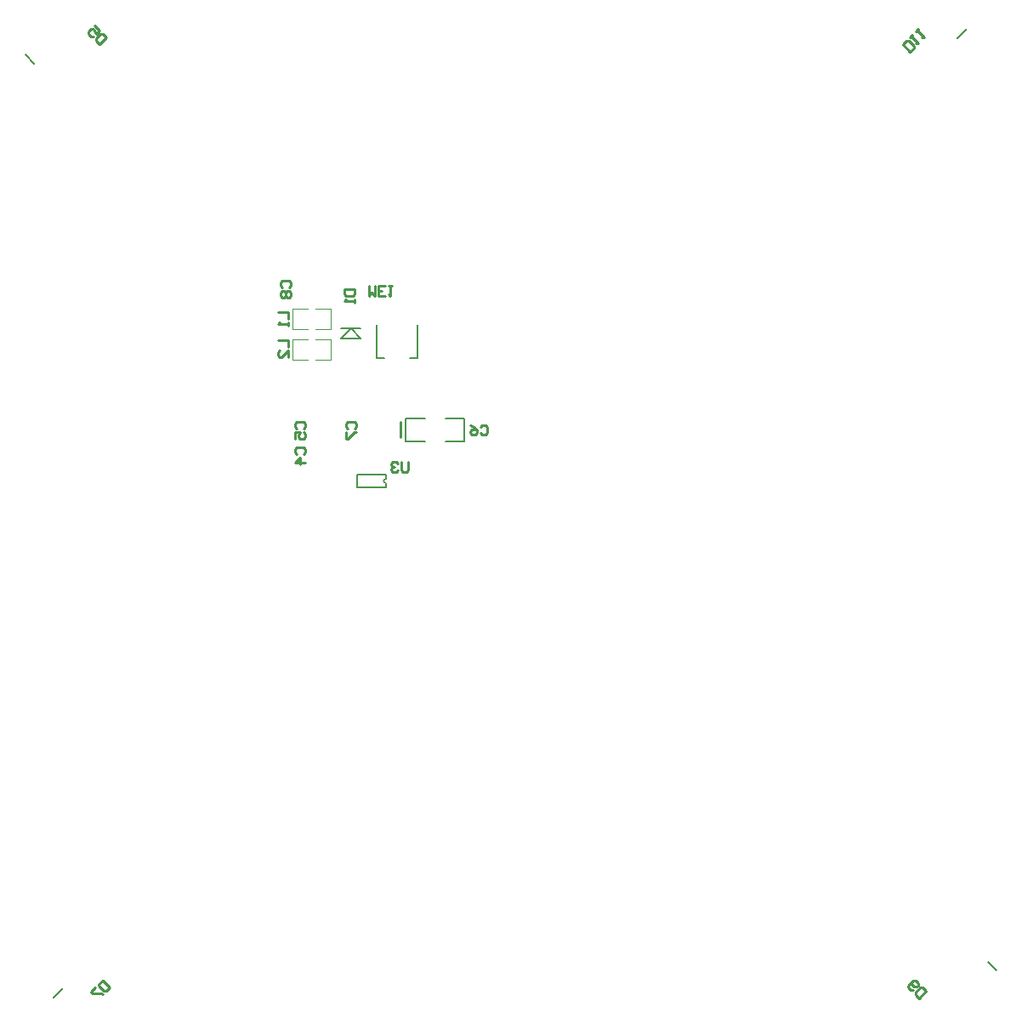
<source format=gbo>
%FSLAX25Y25*%
%MOIN*%
G70*
G01*
G75*
G04 Layer_Color=32896*
G04:AMPARAMS|DCode=10|XSize=78.74mil|YSize=47.24mil|CornerRadius=0mil|HoleSize=0mil|Usage=FLASHONLY|Rotation=45.000|XOffset=0mil|YOffset=0mil|HoleType=Round|Shape=Rectangle|*
%AMROTATEDRECTD10*
4,1,4,-0.01114,-0.04454,-0.04454,-0.01114,0.01114,0.04454,0.04454,0.01114,-0.01114,-0.04454,0.0*
%
%ADD10ROTATEDRECTD10*%

G04:AMPARAMS|DCode=11|XSize=78.74mil|YSize=47.24mil|CornerRadius=0mil|HoleSize=0mil|Usage=FLASHONLY|Rotation=315.000|XOffset=0mil|YOffset=0mil|HoleType=Round|Shape=Rectangle|*
%AMROTATEDRECTD11*
4,1,4,-0.04454,0.01114,-0.01114,0.04454,0.04454,-0.01114,0.01114,-0.04454,-0.04454,0.01114,0.0*
%
%ADD11ROTATEDRECTD11*%

%ADD12O,0.01181X0.08268*%
%ADD13O,0.08268X0.01181*%
G04:AMPARAMS|DCode=14|XSize=59.06mil|YSize=51.18mil|CornerRadius=0mil|HoleSize=0mil|Usage=FLASHONLY|Rotation=45.000|XOffset=0mil|YOffset=0mil|HoleType=Round|Shape=Rectangle|*
%AMROTATEDRECTD14*
4,1,4,-0.00278,-0.03897,-0.03897,-0.00278,0.00278,0.03897,0.03897,0.00278,-0.00278,-0.03897,0.0*
%
%ADD14ROTATEDRECTD14*%

G04:AMPARAMS|DCode=15|XSize=35.43mil|YSize=37.4mil|CornerRadius=0mil|HoleSize=0mil|Usage=FLASHONLY|Rotation=45.000|XOffset=0mil|YOffset=0mil|HoleType=Round|Shape=Rectangle|*
%AMROTATEDRECTD15*
4,1,4,0.00070,-0.02575,-0.02575,0.00070,-0.00070,0.02575,0.02575,-0.00070,0.00070,-0.02575,0.0*
%
%ADD15ROTATEDRECTD15*%

G04:AMPARAMS|DCode=16|XSize=35.43mil|YSize=37.4mil|CornerRadius=0mil|HoleSize=0mil|Usage=FLASHONLY|Rotation=45.000|XOffset=0mil|YOffset=0mil|HoleType=Round|Shape=Rectangle|*
%AMROTATEDRECTD16*
4,1,4,0.00070,-0.02575,-0.02575,0.00070,-0.00070,0.02575,0.02575,-0.00070,0.00070,-0.02575,0.0*
%
%ADD16ROTATEDRECTD16*%

G04:AMPARAMS|DCode=17|XSize=59.06mil|YSize=51.18mil|CornerRadius=0mil|HoleSize=0mil|Usage=FLASHONLY|Rotation=135.000|XOffset=0mil|YOffset=0mil|HoleType=Round|Shape=Rectangle|*
%AMROTATEDRECTD17*
4,1,4,0.03897,-0.00278,0.00278,-0.03897,-0.03897,0.00278,-0.00278,0.03897,0.03897,-0.00278,0.0*
%
%ADD17ROTATEDRECTD17*%

G04:AMPARAMS|DCode=18|XSize=35.43mil|YSize=37.4mil|CornerRadius=0mil|HoleSize=0mil|Usage=FLASHONLY|Rotation=135.000|XOffset=0mil|YOffset=0mil|HoleType=Round|Shape=Rectangle|*
%AMROTATEDRECTD18*
4,1,4,0.02575,0.00070,-0.00070,-0.02575,-0.02575,-0.00070,0.00070,0.02575,0.02575,0.00070,0.0*
%
%ADD18ROTATEDRECTD18*%

G04:AMPARAMS|DCode=19|XSize=35.43mil|YSize=37.4mil|CornerRadius=0mil|HoleSize=0mil|Usage=FLASHONLY|Rotation=135.000|XOffset=0mil|YOffset=0mil|HoleType=Round|Shape=Rectangle|*
%AMROTATEDRECTD19*
4,1,4,0.02575,0.00070,-0.00070,-0.02575,-0.02575,-0.00070,0.00070,0.02575,0.02575,0.00070,0.0*
%
%ADD19ROTATEDRECTD19*%

%ADD20R,0.07480X0.02756*%
%ADD21O,0.02362X0.00984*%
%ADD22O,0.00984X0.02362*%
%ADD23R,0.11024X0.10630*%
%ADD24R,0.05906X0.05118*%
%ADD25R,0.03543X0.03740*%
%ADD26R,0.03543X0.03740*%
%ADD27C,0.01063*%
%ADD28C,0.01378*%
%ADD29C,0.01181*%
%ADD30C,0.08268*%
%ADD31C,0.05906*%
%ADD32R,0.05906X0.05906*%
%ADD33R,0.05906X0.05906*%
%ADD34C,0.31496*%
%ADD35C,0.02362*%
%ADD36R,0.01575X0.03937*%
%ADD37R,0.01575X0.03937*%
%ADD38R,0.06000X0.06000*%
%ADD39R,0.03400X0.10000*%
%ADD40R,0.03400X0.05000*%
%ADD41R,0.05118X0.05906*%
%ADD42R,0.07874X0.05906*%
%ADD43C,0.08000*%
%ADD44C,0.01000*%
%ADD45C,0.00984*%
%ADD46C,0.02362*%
%ADD47C,0.00787*%
G04:AMPARAMS|DCode=48|XSize=86.74mil|YSize=55.24mil|CornerRadius=0mil|HoleSize=0mil|Usage=FLASHONLY|Rotation=45.000|XOffset=0mil|YOffset=0mil|HoleType=Round|Shape=Rectangle|*
%AMROTATEDRECTD48*
4,1,4,-0.01114,-0.05020,-0.05020,-0.01114,0.01114,0.05020,0.05020,0.01114,-0.01114,-0.05020,0.0*
%
%ADD48ROTATEDRECTD48*%

G04:AMPARAMS|DCode=49|XSize=86.74mil|YSize=55.24mil|CornerRadius=0mil|HoleSize=0mil|Usage=FLASHONLY|Rotation=315.000|XOffset=0mil|YOffset=0mil|HoleType=Round|Shape=Rectangle|*
%AMROTATEDRECTD49*
4,1,4,-0.05020,0.01114,-0.01114,0.05020,0.05020,-0.01114,0.01114,-0.05020,-0.05020,0.01114,0.0*
%
%ADD49ROTATEDRECTD49*%

%ADD50O,0.01981X0.09068*%
%ADD51O,0.09068X0.01981*%
G04:AMPARAMS|DCode=52|XSize=67.06mil|YSize=59.18mil|CornerRadius=0mil|HoleSize=0mil|Usage=FLASHONLY|Rotation=45.000|XOffset=0mil|YOffset=0mil|HoleType=Round|Shape=Rectangle|*
%AMROTATEDRECTD52*
4,1,4,-0.00278,-0.04463,-0.04463,-0.00278,0.00278,0.04463,0.04463,0.00278,-0.00278,-0.04463,0.0*
%
%ADD52ROTATEDRECTD52*%

G04:AMPARAMS|DCode=53|XSize=43.43mil|YSize=45.4mil|CornerRadius=0mil|HoleSize=0mil|Usage=FLASHONLY|Rotation=45.000|XOffset=0mil|YOffset=0mil|HoleType=Round|Shape=Rectangle|*
%AMROTATEDRECTD53*
4,1,4,0.00070,-0.03141,-0.03141,0.00070,-0.00070,0.03141,0.03141,-0.00070,0.00070,-0.03141,0.0*
%
%ADD53ROTATEDRECTD53*%

G04:AMPARAMS|DCode=54|XSize=43.43mil|YSize=45.4mil|CornerRadius=0mil|HoleSize=0mil|Usage=FLASHONLY|Rotation=45.000|XOffset=0mil|YOffset=0mil|HoleType=Round|Shape=Rectangle|*
%AMROTATEDRECTD54*
4,1,4,0.00070,-0.03141,-0.03141,0.00070,-0.00070,0.03141,0.03141,-0.00070,0.00070,-0.03141,0.0*
%
%ADD54ROTATEDRECTD54*%

G04:AMPARAMS|DCode=55|XSize=67.06mil|YSize=59.18mil|CornerRadius=0mil|HoleSize=0mil|Usage=FLASHONLY|Rotation=135.000|XOffset=0mil|YOffset=0mil|HoleType=Round|Shape=Rectangle|*
%AMROTATEDRECTD55*
4,1,4,0.04463,-0.00278,0.00278,-0.04463,-0.04463,0.00278,-0.00278,0.04463,0.04463,-0.00278,0.0*
%
%ADD55ROTATEDRECTD55*%

G04:AMPARAMS|DCode=56|XSize=43.43mil|YSize=45.4mil|CornerRadius=0mil|HoleSize=0mil|Usage=FLASHONLY|Rotation=135.000|XOffset=0mil|YOffset=0mil|HoleType=Round|Shape=Rectangle|*
%AMROTATEDRECTD56*
4,1,4,0.03141,0.00070,-0.00070,-0.03141,-0.03141,-0.00070,0.00070,0.03141,0.03141,0.00070,0.0*
%
%ADD56ROTATEDRECTD56*%

G04:AMPARAMS|DCode=57|XSize=43.43mil|YSize=45.4mil|CornerRadius=0mil|HoleSize=0mil|Usage=FLASHONLY|Rotation=135.000|XOffset=0mil|YOffset=0mil|HoleType=Round|Shape=Rectangle|*
%AMROTATEDRECTD57*
4,1,4,0.03141,0.00070,-0.00070,-0.03141,-0.03141,-0.00070,0.00070,0.03141,0.03141,0.00070,0.0*
%
%ADD57ROTATEDRECTD57*%

%ADD58R,0.08280X0.03556*%
%ADD59O,0.03162X0.01784*%
%ADD60O,0.01784X0.03162*%
%ADD61R,0.11824X0.11430*%
%ADD62R,0.06706X0.05918*%
%ADD63R,0.04343X0.04540*%
%ADD64R,0.04343X0.04540*%
%ADD65C,0.09068*%
%ADD66C,0.06706*%
%ADD67R,0.06706X0.06706*%
%ADD68R,0.06706X0.06706*%
%ADD69C,0.32296*%
%ADD70C,0.03162*%
%ADD71R,0.02375X0.04737*%
%ADD72R,0.02375X0.04737*%
%ADD73R,0.06800X0.06800*%
%ADD74R,0.04200X0.10800*%
%ADD75R,0.04200X0.05800*%
%ADD76R,0.05918X0.06706*%
%ADD77R,0.08674X0.06706*%
%ADD78C,0.00800*%
%ADD79C,0.00394*%
%ADD80C,0.00700*%
D44*
X337500Y827436D02*
Y824156D01*
X336844Y823500D01*
X335532D01*
X334876Y824156D01*
Y827436D01*
X333564Y826780D02*
X332908Y827436D01*
X331596D01*
X330940Y826780D01*
Y826124D01*
X331596Y825468D01*
X332252D01*
X331596D01*
X330940Y824812D01*
Y824156D01*
X331596Y823500D01*
X332908D01*
X333564Y824156D01*
X334500Y837002D02*
Y843000D01*
X365876Y841280D02*
X366532Y841936D01*
X367844D01*
X368500Y841280D01*
Y838656D01*
X367844Y838000D01*
X366532D01*
X365876Y838656D01*
X361940Y841936D02*
X363252Y841280D01*
X364564Y839968D01*
Y838656D01*
X363908Y838000D01*
X362596D01*
X361940Y838656D01*
Y839312D01*
X362596Y839968D01*
X364564D01*
X322000Y896500D02*
Y892564D01*
X323312Y893876D01*
X324624Y892564D01*
Y896500D01*
X328560Y892564D02*
X325936D01*
Y896500D01*
X328560D01*
X325936Y894532D02*
X327248D01*
X329872Y896500D02*
X331183D01*
X330527D01*
Y892564D01*
X329872Y893220D01*
X286564Y875000D02*
X290500D01*
Y872376D01*
Y868440D02*
Y871064D01*
X287876Y868440D01*
X287220D01*
X286564Y869096D01*
Y870408D01*
X287220Y871064D01*
X286564Y886000D02*
X290500D01*
Y883376D01*
Y882064D02*
Y880752D01*
Y881408D01*
X286564D01*
X287220Y882064D01*
X534283Y988217D02*
X531500Y991000D01*
X532892Y992391D01*
X533819D01*
X535674Y990536D01*
Y989608D01*
X534283Y988217D01*
Y993783D02*
X535211Y994711D01*
X534747Y994247D01*
X537530Y991464D01*
X536602D01*
Y996102D02*
X537530Y997030D01*
X537066Y996566D01*
X539849Y993783D01*
X538921D01*
X540601Y619965D02*
X537818Y617182D01*
X536426Y618574D01*
Y619501D01*
X538282Y621356D01*
X539210D01*
X540601Y619965D01*
X535499Y620429D02*
X534571D01*
X533643Y621356D01*
Y622284D01*
X535499Y624139D01*
X536426Y624139D01*
X537354Y623212D01*
Y622284D01*
X536890Y621820D01*
X535963Y621820D01*
X534571Y623212D01*
X217717Y624283D02*
X220500Y621500D01*
X219109Y620109D01*
X218181D01*
X216325Y621964D01*
Y622892D01*
X217717Y624283D01*
X214934Y621500D02*
X213079Y619645D01*
X213543Y619181D01*
X217253D01*
X217717Y618717D01*
X219283Y993783D02*
X216500Y991000D01*
X215108Y992391D01*
Y993319D01*
X216964Y995175D01*
X217892D01*
X219283Y993783D01*
X214645Y998421D02*
X216500Y996566D01*
X215108Y995175D01*
X214645Y996566D01*
X214181Y997030D01*
X213253D01*
X212326Y996102D01*
Y995175D01*
X213253Y994247D01*
X214181D01*
X312564Y895000D02*
X316500D01*
Y893032D01*
X315844Y892376D01*
X313220D01*
X312564Y893032D01*
Y895000D01*
X316500Y891064D02*
Y889752D01*
Y890408D01*
X312564D01*
X313220Y891064D01*
X288220Y895876D02*
X287564Y896532D01*
Y897844D01*
X288220Y898500D01*
X290844D01*
X291500Y897844D01*
Y896532D01*
X290844Y895876D01*
X288220Y894564D02*
X287564Y893908D01*
Y892596D01*
X288220Y891940D01*
X288876D01*
X289532Y892596D01*
X290188Y891940D01*
X290844D01*
X291500Y892596D01*
Y893908D01*
X290844Y894564D01*
X290188D01*
X289532Y893908D01*
X288876Y894564D01*
X288220D01*
X289532Y893908D02*
Y892596D01*
X313720Y840376D02*
X313064Y841032D01*
Y842344D01*
X313720Y843000D01*
X316344D01*
X317000Y842344D01*
Y841032D01*
X316344Y840376D01*
X313064Y839064D02*
Y836440D01*
X313720D01*
X316344Y839064D01*
X317000D01*
X293720Y840376D02*
X293064Y841032D01*
Y842344D01*
X293720Y843000D01*
X296344D01*
X297000Y842344D01*
Y841032D01*
X296344Y840376D01*
X293064Y836440D02*
Y839064D01*
X295032D01*
X294376Y837752D01*
Y837096D01*
X295032Y836440D01*
X296344D01*
X297000Y837096D01*
Y838408D01*
X296344Y839064D01*
X293720Y830376D02*
X293064Y831032D01*
Y832344D01*
X293720Y833000D01*
X296344D01*
X297000Y832344D01*
Y831032D01*
X296344Y830376D01*
X297000Y827096D02*
X293064D01*
X295032Y829064D01*
Y826440D01*
D47*
X328870Y820947D02*
G03*
X328870Y819077I0J-935D01*
G01*
X328870Y817500D02*
Y819077D01*
Y820947D02*
Y822500D01*
X317650D02*
X328870D01*
X317650Y817500D02*
Y822500D01*
Y817500D02*
X328870D01*
X352000Y844500D02*
X359500D01*
X352000Y835500D02*
X359500D01*
X336500D02*
X344000D01*
X336500Y844500D02*
X344000D01*
X359500Y835500D02*
Y844500D01*
X336500Y835500D02*
Y844500D01*
X187429Y986964D02*
X190964Y983429D01*
X552929Y993536D02*
X556464Y997071D01*
X198536Y617429D02*
X202071Y620964D01*
X564710Y631610D02*
X568246Y628074D01*
D78*
X325000Y868000D02*
X328000D01*
X338000D02*
X341000D01*
X325000D02*
Y881000D01*
X341000Y868000D02*
Y881000D01*
D79*
X292000Y875500D02*
X298000D01*
X292000Y867500D02*
Y875500D01*
Y867500D02*
X298000D01*
X301000D02*
X307000D01*
Y875500D01*
X301000D02*
X307000D01*
X292000Y887500D02*
X298000D01*
X292000Y879500D02*
Y887500D01*
Y879500D02*
X298000D01*
X301000D02*
X307000D01*
Y887500D01*
X301000D02*
X307000D01*
D80*
X315000Y879858D02*
X318937Y875921D01*
X311063D02*
X315000Y879858D01*
X311063D02*
X318937D01*
X311063Y875921D02*
X318937D01*
M02*

</source>
